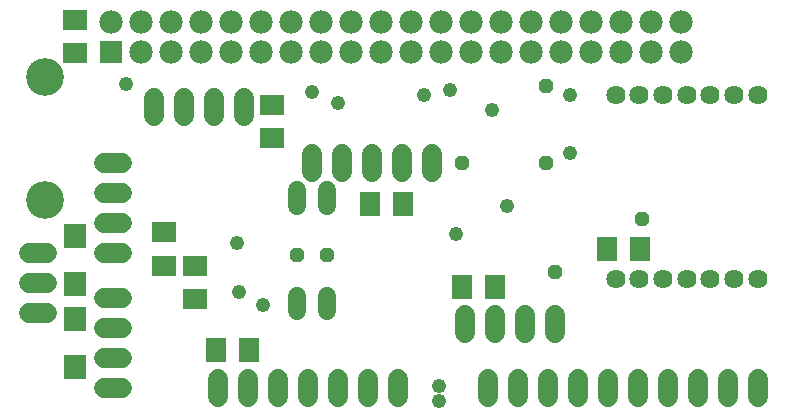
<source format=gbs>
G75*
%MOIN*%
%OFA0B0*%
%FSLAX25Y25*%
%IPPOS*%
%LPD*%
%AMOC8*
5,1,8,0,0,1.08239X$1,22.5*
%
%ADD10C,0.12611*%
%ADD11C,0.06800*%
%ADD12R,0.07887X0.07099*%
%ADD13R,0.07099X0.07887*%
%ADD14R,0.07898X0.07099*%
%ADD15C,0.06400*%
%ADD16R,0.07800X0.07800*%
%ADD17C,0.07800*%
%ADD18R,0.07493X0.07887*%
%ADD19C,0.06000*%
%ADD20C,0.04762*%
%ADD21OC8,0.04762*%
D10*
X0030550Y0091800D03*
X0030550Y0133050D03*
D11*
X0050050Y0029300D02*
X0056050Y0029300D01*
X0056050Y0039300D02*
X0050050Y0039300D01*
X0050050Y0049300D02*
X0056050Y0049300D01*
X0056050Y0059300D02*
X0050050Y0059300D01*
X0031050Y0054300D02*
X0025050Y0054300D01*
X0025050Y0064300D02*
X0031050Y0064300D01*
X0031050Y0074300D02*
X0025050Y0074300D01*
X0050050Y0074300D02*
X0056050Y0074300D01*
X0056050Y0084300D02*
X0050050Y0084300D01*
X0050050Y0094300D02*
X0056050Y0094300D01*
X0056050Y0104300D02*
X0050050Y0104300D01*
X0066800Y0120050D02*
X0066800Y0126050D01*
X0076800Y0126050D02*
X0076800Y0120050D01*
X0086800Y0120050D02*
X0086800Y0126050D01*
X0096800Y0126050D02*
X0096800Y0120050D01*
X0119300Y0107300D02*
X0119300Y0101300D01*
X0129300Y0101300D02*
X0129300Y0107300D01*
X0139300Y0107300D02*
X0139300Y0101300D01*
X0149300Y0101300D02*
X0149300Y0107300D01*
X0159300Y0107300D02*
X0159300Y0101300D01*
X0170550Y0053550D02*
X0170550Y0047550D01*
X0180550Y0047550D02*
X0180550Y0053550D01*
X0190550Y0053550D02*
X0190550Y0047550D01*
X0200550Y0047550D02*
X0200550Y0053550D01*
X0198050Y0032300D02*
X0198050Y0026300D01*
X0208050Y0026300D02*
X0208050Y0032300D01*
X0218050Y0032300D02*
X0218050Y0026300D01*
X0228050Y0026300D02*
X0228050Y0032300D01*
X0238050Y0032300D02*
X0238050Y0026300D01*
X0248050Y0026300D02*
X0248050Y0032300D01*
X0258050Y0032300D02*
X0258050Y0026300D01*
X0268050Y0026300D02*
X0268050Y0032300D01*
X0188050Y0032300D02*
X0188050Y0026300D01*
X0178050Y0026300D02*
X0178050Y0032300D01*
X0148050Y0032300D02*
X0148050Y0026300D01*
X0138050Y0026300D02*
X0138050Y0032300D01*
X0128050Y0032300D02*
X0128050Y0026300D01*
X0118050Y0026300D02*
X0118050Y0032300D01*
X0108050Y0032300D02*
X0108050Y0026300D01*
X0098050Y0026300D02*
X0098050Y0032300D01*
X0088050Y0032300D02*
X0088050Y0026300D01*
D12*
X0106175Y0112425D03*
X0106175Y0123449D03*
X0040550Y0140776D03*
X0040550Y0151800D03*
D13*
X0138675Y0090550D03*
X0149699Y0090550D03*
X0169526Y0063050D03*
X0180550Y0063050D03*
X0217651Y0075550D03*
X0228675Y0075550D03*
X0098449Y0041800D03*
X0087425Y0041800D03*
D14*
X0080550Y0058728D03*
X0080550Y0069925D03*
X0069925Y0069978D03*
X0069925Y0081175D03*
D15*
X0220678Y0065550D03*
X0228552Y0065550D03*
X0236426Y0065550D03*
X0244300Y0065550D03*
X0252174Y0065550D03*
X0260048Y0065550D03*
X0267922Y0065550D03*
X0267922Y0126800D03*
X0260048Y0126800D03*
X0252174Y0126800D03*
X0244300Y0126800D03*
X0236426Y0126800D03*
X0228552Y0126800D03*
X0220678Y0126800D03*
D16*
X0052253Y0141131D03*
D17*
X0062253Y0141131D03*
X0072253Y0141131D03*
X0082253Y0141131D03*
X0092253Y0141131D03*
X0102253Y0141131D03*
X0112253Y0141131D03*
X0122253Y0141131D03*
X0132253Y0141131D03*
X0142253Y0141131D03*
X0152253Y0141131D03*
X0162253Y0141131D03*
X0172253Y0141131D03*
X0182253Y0141131D03*
X0192253Y0141131D03*
X0202253Y0141131D03*
X0212253Y0141131D03*
X0222253Y0141131D03*
X0232253Y0141131D03*
X0242253Y0141131D03*
X0242253Y0151131D03*
X0232253Y0151131D03*
X0222253Y0151131D03*
X0212253Y0151131D03*
X0202253Y0151131D03*
X0192253Y0151131D03*
X0182253Y0151131D03*
X0172253Y0151131D03*
X0162253Y0151131D03*
X0152253Y0151131D03*
X0142253Y0151131D03*
X0132253Y0151131D03*
X0122253Y0151131D03*
X0112253Y0151131D03*
X0102253Y0151131D03*
X0092253Y0151131D03*
X0082253Y0151131D03*
X0072253Y0151131D03*
X0062253Y0151131D03*
X0052253Y0151131D03*
D18*
X0040550Y0079871D03*
X0040550Y0063729D03*
X0040550Y0052371D03*
X0040550Y0036229D03*
D19*
X0114300Y0054725D02*
X0114300Y0059925D01*
X0124300Y0059925D02*
X0124300Y0054725D01*
X0124300Y0089925D02*
X0124300Y0095125D01*
X0114300Y0095125D02*
X0114300Y0089925D01*
D20*
X0094300Y0077425D03*
X0094925Y0061175D03*
X0103050Y0056800D03*
X0161800Y0029925D03*
X0161800Y0024925D03*
X0167425Y0080550D03*
X0184300Y0089925D03*
X0205550Y0107425D03*
X0179300Y0121800D03*
X0165550Y0128675D03*
X0156800Y0126800D03*
X0128050Y0124300D03*
X0119300Y0128050D03*
X0057425Y0130550D03*
X0205550Y0126800D03*
D21*
X0197425Y0129925D03*
X0197425Y0104300D03*
X0169300Y0104300D03*
X0124300Y0073675D03*
X0114300Y0073675D03*
X0200550Y0068050D03*
X0229300Y0085550D03*
M02*

</source>
